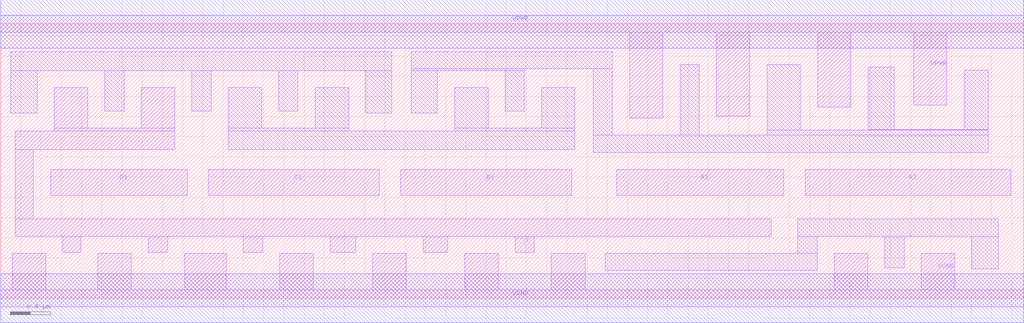
<source format=lef>
# Copyright 2020 The SkyWater PDK Authors
#
# Licensed under the Apache License, Version 2.0 (the "License");
# you may not use this file except in compliance with the License.
# You may obtain a copy of the License at
#
#     https://www.apache.org/licenses/LICENSE-2.0
#
# Unless required by applicable law or agreed to in writing, software
# distributed under the License is distributed on an "AS IS" BASIS,
# WITHOUT WARRANTIES OR CONDITIONS OF ANY KIND, either express or implied.
# See the License for the specific language governing permissions and
# limitations under the License.
#
# SPDX-License-Identifier: Apache-2.0

VERSION 5.5 ;
NAMESCASESENSITIVE ON ;
BUSBITCHARS "[]" ;
DIVIDERCHAR "/" ;
MACRO sky130_fd_sc_hd__a2111oi_4
  CLASS CORE ;
  SOURCE USER ;
  ORIGIN  0.000000  0.000000 ;
  SIZE  10.12000 BY  2.720000 ;
  SYMMETRY X Y R90 ;
  SITE unithd ;
  PIN A1
    ANTENNAGATEAREA  0.990000 ;
    DIRECTION INPUT ;
    USE SIGNAL ;
    PORT
      LAYER li1 ;
        RECT 6.095000 1.020000 7.745000 1.275000 ;
    END
  END A1
  PIN A2
    ANTENNAGATEAREA  0.990000 ;
    DIRECTION INPUT ;
    USE SIGNAL ;
    PORT
      LAYER li1 ;
        RECT 7.960000 1.020000 9.990000 1.275000 ;
    END
  END A2
  PIN B1
    ANTENNAGATEAREA  0.990000 ;
    DIRECTION INPUT ;
    USE SIGNAL ;
    PORT
      LAYER li1 ;
        RECT 3.955000 1.020000 5.650000 1.275000 ;
    END
  END B1
  PIN C1
    ANTENNAGATEAREA  0.990000 ;
    DIRECTION INPUT ;
    USE SIGNAL ;
    PORT
      LAYER li1 ;
        RECT 2.055000 1.020000 3.745000 1.275000 ;
    END
  END C1
  PIN D1
    ANTENNAGATEAREA  0.990000 ;
    DIRECTION INPUT ;
    USE SIGNAL ;
    PORT
      LAYER li1 ;
        RECT 0.495000 1.020000 1.845000 1.275000 ;
    END
  END D1
  PIN Y
    ANTENNADIFFAREA  2.009500 ;
    DIRECTION OUTPUT ;
    USE SIGNAL ;
    PORT
      LAYER li1 ;
        RECT 0.145000 0.615000 7.620000 0.785000 ;
        RECT 0.145000 0.785000 0.320000 1.475000 ;
        RECT 0.145000 1.475000 1.720000 1.655000 ;
        RECT 0.530000 1.655000 1.720000 1.685000 ;
        RECT 0.530000 1.685000 0.860000 2.085000 ;
        RECT 0.615000 0.455000 0.790000 0.615000 ;
        RECT 1.390000 1.685000 1.720000 2.085000 ;
        RECT 1.460000 0.455000 1.650000 0.615000 ;
        RECT 2.400000 0.455000 2.590000 0.615000 ;
        RECT 3.260000 0.455000 3.510000 0.615000 ;
        RECT 4.180000 0.455000 4.420000 0.615000 ;
        RECT 5.090000 0.455000 5.275000 0.615000 ;
    END
  END Y
  PIN VGND
    DIRECTION INOUT ;
    SHAPE ABUTMENT ;
    USE GROUND ;
    PORT
      LAYER li1 ;
        RECT 0.000000 -0.085000 10.120000 0.085000 ;
        RECT 0.115000  0.085000  0.445000 0.445000 ;
        RECT 0.960000  0.085000  1.290000 0.445000 ;
        RECT 1.820000  0.085000  2.230000 0.445000 ;
        RECT 2.760000  0.085000  3.090000 0.445000 ;
        RECT 3.680000  0.085000  4.010000 0.445000 ;
        RECT 4.590000  0.085000  4.920000 0.445000 ;
        RECT 5.445000  0.085000  5.780000 0.445000 ;
        RECT 8.245000  0.085000  8.575000 0.445000 ;
        RECT 9.105000  0.085000  9.435000 0.445000 ;
    END
    PORT
      LAYER met1 ;
        RECT 0.000000 -0.240000 10.120000 0.240000 ;
    END
  END VGND
  PIN VPWR
    DIRECTION INOUT ;
    SHAPE ABUTMENT ;
    USE POWER ;
    PORT
      LAYER li1 ;
        RECT 0.000000 2.635000 10.120000 2.805000 ;
        RECT 6.220000 1.785000  6.550000 2.635000 ;
        RECT 7.080000 1.805000  7.410000 2.635000 ;
        RECT 8.080000 1.895000  8.410000 2.635000 ;
        RECT 9.030000 1.915000  9.360000 2.635000 ;
    END
    PORT
      LAYER met1 ;
        RECT 0.000000 2.480000 10.120000 2.960000 ;
    END
  END VPWR
  OBS
    LAYER li1 ;
      RECT 0.100000 1.835000 0.360000 2.255000 ;
      RECT 0.100000 2.255000 3.870000 2.445000 ;
      RECT 1.030000 1.855000 1.220000 2.255000 ;
      RECT 1.890000 1.855000 2.080000 2.255000 ;
      RECT 2.250000 1.475000 5.680000 1.655000 ;
      RECT 2.250000 1.655000 3.440000 1.685000 ;
      RECT 2.250000 1.685000 2.580000 2.085000 ;
      RECT 2.750000 1.855000 2.940000 2.255000 ;
      RECT 3.110000 1.685000 3.440000 2.085000 ;
      RECT 3.610000 1.835000 3.870000 2.255000 ;
      RECT 4.060000 1.835000 4.320000 2.255000 ;
      RECT 4.060000 2.255000 5.180000 2.275000 ;
      RECT 4.060000 2.275000 6.050000 2.445000 ;
      RECT 4.490000 1.655000 5.680000 1.685000 ;
      RECT 4.490000 1.685000 4.820000 2.085000 ;
      RECT 4.990000 1.855000 5.180000 2.255000 ;
      RECT 5.350000 1.685000 5.680000 2.085000 ;
      RECT 5.860000 1.445000 9.770000 1.615000 ;
      RECT 5.860000 1.615000 6.050000 2.275000 ;
      RECT 5.980000 0.275000 8.075000 0.445000 ;
      RECT 6.720000 1.615000 6.910000 2.315000 ;
      RECT 7.580000 1.615000 9.770000 1.665000 ;
      RECT 7.580000 1.665000 7.910000 2.315000 ;
      RECT 7.885000 0.445000 8.075000 0.615000 ;
      RECT 7.885000 0.615000 9.865000 0.785000 ;
      RECT 8.580000 1.665000 9.770000 1.670000 ;
      RECT 8.580000 1.670000 8.840000 2.290000 ;
      RECT 8.745000 0.300000 8.935000 0.615000 ;
      RECT 9.530000 1.670000 9.770000 2.260000 ;
      RECT 9.605000 0.290000 9.865000 0.615000 ;
  END
END sky130_fd_sc_hd__a2111oi_4
END LIBRARY

</source>
